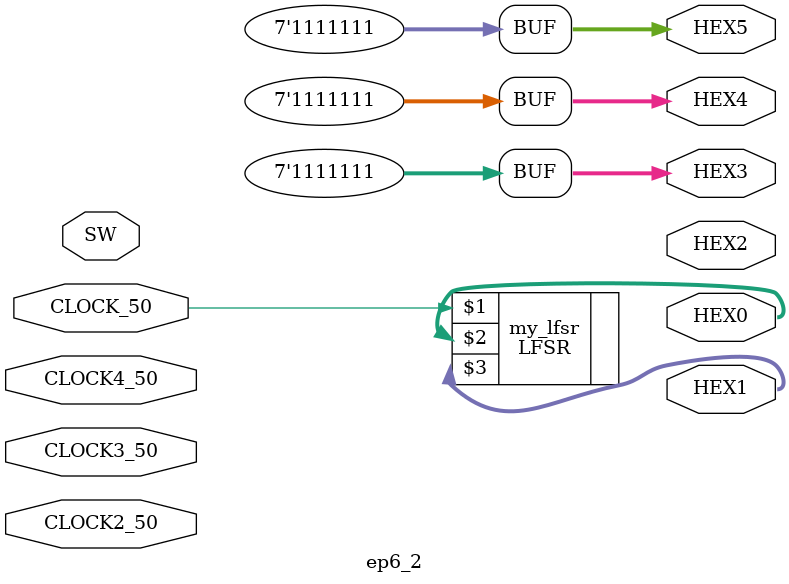
<source format=v>


module ep6_2(

	//////////// CLOCK //////////
	input 		          		CLOCK2_50,
	input 		          		CLOCK3_50,
	input 		          		CLOCK4_50,
	input 		          		CLOCK_50,

	//////////// SW //////////
	input 		     [9:0]		SW,

	//////////// Seg7 //////////
	output		     [6:0]		HEX0,
	output		     [6:0]		HEX1,
	output		     [6:0]		HEX2,
	output		     [6:0]		HEX3,
	output		     [6:0]		HEX4,
	output		     [6:0]		HEX5
);



//=======================================================
//  REG/WIRE declarations
//=======================================================

//assign HEX2[6:0] = 7'b1111111;
assign HEX3[6:0] = 7'b1111111;
assign HEX4[6:0] = 7'b1111111;
assign HEX5[6:0] = 7'b1111111;

LFSR my_lfsr(CLOCK_50, HEX0, HEX1);


//=======================================================
//  Structural coding
//=======================================================



endmodule

</source>
